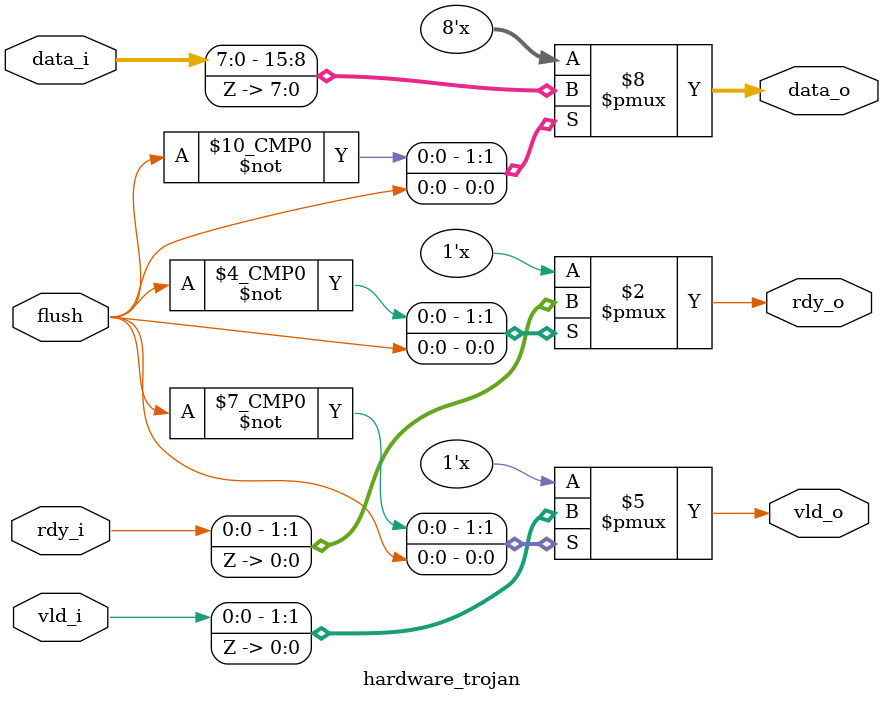
<source format=sv>

module hardware_trojan(
    input logic flush,
    input logic[7:0] data_i,
    input logic vld_i,
    input logic rdy_i,

    output logic[7:0] data_o,
    output logic vld_o,
    output logic rdy_o
);

always_comb begin
    case(flush)
        1'b0: begin
            data_o = data_i;
            vld_o = vld_i;
            rdy_o = rdy_i;
        end
        1'b1: begin
            data_o = 'z;
            vld_o = 'z;
            rdy_o = 'z;
        end
        default: begin

        end
    endcase
end

endmodule

</source>
